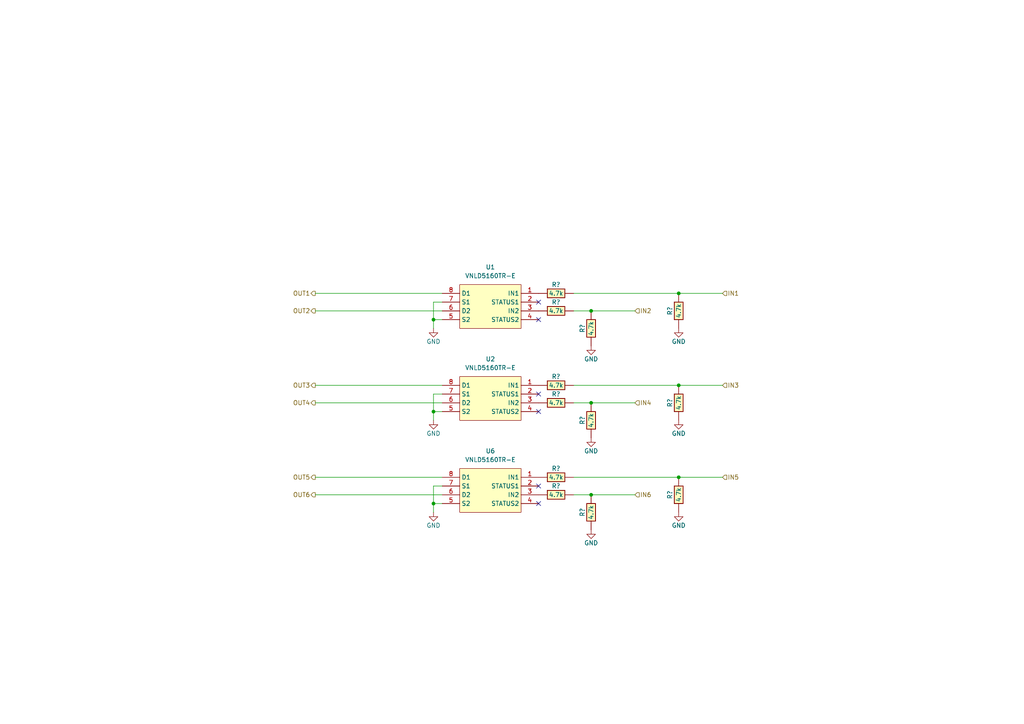
<source format=kicad_sch>
(kicad_sch (version 20230121) (generator eeschema)
  (paper "A4")
  (title_block (date "2024-03-15") (company "rusefi.com"))
  (lib_symbols
    (symbol "chips:VNLD5160"
      (property "Reference" "U" (at 6.35 3.81 0))
      (property "Value" "VNLD5160TR-E" (at 12.7 -11.43 0))
      (symbol "VNLD5160_1_1"
        (rectangle (start 5.08 2.54) (end 22.86 -10.16) (fill (type background)))
        (pin input line (at 0 0 0) (length 5.08) (name "IN1") (number "1"))
        (pin open_collector line (at 0 -2.54 0) (length 5.08) (name "STATUS1") (number "2"))
        (pin input line (at 0 -5.08 0) (length 5.08) (name "IN2") (number "3"))
        (pin open_collector line (at 0 -7.62 0) (length 5.08) (name "STATUS2") (number "4"))
        (pin power_in line (at 27.94 -7.62 180) (length 5.08) (name "S2") (number "5"))
        (pin power_out line (at 27.94 -5.08 180) (length 5.08) (name "D2") (number "6"))
        (pin power_in line (at 27.94 -2.54 180) (length 5.08) (name "S1") (number "7"))
        (pin power_out line (at 27.94 0 180) (length 5.08) (name "D1") (number "8"))
      )
    )
    (symbol "hellen-one-common:Res" (pin_numbers hide)
      (property "Reference" "R" (at 3.81 2.54 0))
      (property "Value" "Res" (at 5.08 -2.54 0))
      (symbol "Res_1_0"
        (rectangle (start 2.54 -1.27) (end 7.62 1.27) (stroke (width 0.254)) (fill (type background)))
        (pin passive line (at 0 0 0) (length 2.54) (name "") (number "1"))
        (pin passive line (at 10.16 0 180) (length 2.54) (name "") (number "2"))
      )
    )
    (symbol "power:GND" (power) (pin_names (offset 0))
      (property "Value" "GND" (at 0 -3.81 0))
      (symbol "GND_0_1"
        (polyline (pts (xy 0 0) (xy 0 -1.27) (xy 1.27 -1.27) (xy 0 -2.54) (xy -1.27 -1.27) (xy 0 -1.27)))
      )
      (symbol "GND_1_1"
        (pin power_in line (at 0 0 270) (length 0) hide (name "GND") (number "1"))
      )
    )
  )
  (junction (at 196.85 138.43))
  (junction (at 171.45 90.17))
  (junction (at 171.45 116.84))
  (junction (at 125.73 119.38))
  (junction (at 171.45 143.51))
  (junction (at 125.73 92.71))
  (junction (at 125.73 146.05))
  (junction (at 196.85 85.09))
  (junction (at 196.85 111.76))
  (no_connect (at 156.21 140.97))
  (no_connect (at 156.21 92.71))
  (no_connect (at 156.21 119.38))
  (no_connect (at 156.21 114.3))
  (no_connect (at 156.21 87.63))
  (no_connect (at 156.21 146.05))
  (wire (pts (xy 91.44 85.09) (xy 128.27 85.09)))
  (wire (pts (xy 125.73 146.05) (xy 128.27 146.05)))
  (wire (pts (xy 166.37 85.09) (xy 196.85 85.09)))
  (wire (pts (xy 125.73 146.05) (xy 125.73 140.97)))
  (wire (pts (xy 91.44 143.51) (xy 128.27 143.51)))
  (wire (pts (xy 125.73 114.3) (xy 128.27 114.3)))
  (wire (pts (xy 125.73 119.38) (xy 125.73 114.3)))
  (wire (pts (xy 196.85 85.09) (xy 209.55 85.09)))
  (wire (pts (xy 196.85 111.76) (xy 209.55 111.76)))
  (wire (pts (xy 125.73 87.63) (xy 128.27 87.63)))
  (wire (pts (xy 125.73 121.92) (xy 125.73 119.38)))
  (wire (pts (xy 125.73 140.97) (xy 128.27 140.97)))
  (wire (pts (xy 166.37 143.51) (xy 171.45 143.51)))
  (wire (pts (xy 91.44 90.17) (xy 128.27 90.17)))
  (wire (pts (xy 125.73 119.38) (xy 128.27 119.38)))
  (wire (pts (xy 125.73 92.71) (xy 125.73 87.63)))
  (wire (pts (xy 91.44 138.43) (xy 128.27 138.43)))
  (wire (pts (xy 171.45 90.17) (xy 184.15 90.17)))
  (wire (pts (xy 166.37 90.17) (xy 171.45 90.17)))
  (wire (pts (xy 91.44 116.84) (xy 128.27 116.84)))
  (wire (pts (xy 171.45 116.84) (xy 184.15 116.84)))
  (wire (pts (xy 196.85 138.43) (xy 209.55 138.43)))
  (wire (pts (xy 166.37 116.84) (xy 171.45 116.84)))
  (wire (pts (xy 166.37 111.76) (xy 196.85 111.76)))
  (wire (pts (xy 91.44 111.76) (xy 128.27 111.76)))
  (wire (pts (xy 125.73 92.71) (xy 128.27 92.71)))
  (wire (pts (xy 125.73 148.59) (xy 125.73 146.05)))
  (wire (pts (xy 171.45 143.51) (xy 184.15 143.51)))
  (wire (pts (xy 125.73 95.25) (xy 125.73 92.71)))
  (wire (pts (xy 166.37 138.43) (xy 196.85 138.43)))
  (hierarchical_label "IN6" (shape input) (at 184.15 143.51 0))
  (hierarchical_label "IN4" (shape input) (at 184.15 116.84 0))
  (hierarchical_label "IN2" (shape input) (at 184.15 90.17 0))
  (hierarchical_label "OUT4" (shape output) (at 91.44 116.84 180))
  (hierarchical_label "OUT2" (shape output) (at 91.44 90.17 180))
  (hierarchical_label "IN3" (shape input) (at 209.55 111.76 0))
  (hierarchical_label "OUT1" (shape output) (at 91.44 85.09 180))
  (hierarchical_label "OUT3" (shape output) (at 91.44 111.76 180))
  (hierarchical_label "OUT5" (shape output) (at 91.44 138.43 180))
  (hierarchical_label "IN5" (shape input) (at 209.55 138.43 0))
  (hierarchical_label "OUT6" (shape output) (at 91.44 143.51 180))
  (hierarchical_label "IN1" (shape input) (at 209.55 85.09 0))
  (symbol (lib_id "power:GND") (at 171.45 153.67 0) (mirror y) (unit 1)
    (property "Reference" "#PWR097" (effects hide))
    (property "Value" "GND" (at 171.45 157.48 0))
    (instances (project "hellen154hyundai" (path "" (reference "#PWR097") (unit 1))) (project "uaefi" (path "" (reference "#PWR0142") (unit 1))))
  )
  (symbol (lib_id "power:GND") (at 125.73 95.25 0) (mirror y) (unit 1)
    (property "Reference" "#PWR072" (effects hide))
    (property "Value" "GND" (at 125.73 99.06 0))
    (instances (project "hellen154hyundai" (path "" (reference "#PWR072") (unit 1))) (project "uaefi" (path "" (reference "#PWR090") (unit 1))))
  )
  (symbol (lib_id "hellen-one-common:Res") (at 171.45 100.33 90) (unit 1)
    (property "Reference" "R?" (at 168.91 95.25 0))
    (property "Value" "4.7k" (at 171.45 95.25 0))
    (property "Footprint" "hellen-one-common:R0603" (effects hide))
    (property "LCSC" "C23162" (effects hide))
    (instances (project "hellen154hyundai" (path "" (reference "R?") (unit 1)) (path "" (reference "R69") (unit 1))) (project "uaefi" (path "" (reference "R11") (unit 1))))
  )
  (symbol (lib_id "hellen-one-common:Res") (at 196.85 95.25 90) (unit 1)
    (property "Reference" "R?" (at 194.31 90.17 0))
    (property "Value" "4.7k" (at 196.85 90.17 0))
    (property "Footprint" "hellen-one-common:R0603" (effects hide))
    (property "LCSC" "C23162" (effects hide))
    (instances (project "hellen154hyundai" (path "" (reference "R?") (unit 1)) (path "" (reference "R71") (unit 1))) (project "uaefi" (path "" (reference "R10") (unit 1))))
  )
  (symbol (lib_id "chips:VNLD5160") (at 156.21 85.09 0) (mirror y) (unit 1)
    (property "Reference" "U1" (at 142.24 77.47 0))
    (property "Value" "VNLD5160TR-E" (at 142.24 80.01 0))
    (property "Footprint" "Package_SO:SOIC-8_3.9x4.9mm_P1.27mm" (effects hide))
    (property "LCSC" "C377942" (effects hide))
    (instances (project "hellen154hyundai" (path "" (reference "U1") (unit 1))) (project "uaefi" (path "" (reference "U7") (unit 1))))
  )
  (symbol (lib_id "hellen-one-common:Res") (at 156.21 85.09 0) (unit 1)
    (property "Reference" "R?" (at 161.29 82.55 0))
    (property "Value" "4.7k" (at 161.29 85.09 0))
    (property "Footprint" "hellen-one-common:R0603" (effects hide))
    (property "LCSC" "C23162" (effects hide))
    (instances (project "hellen154hyundai" (path "" (reference "R?") (unit 1)) (path "" (reference "R26") (unit 1))) (project "uaefi" (path "" (reference "R10") (unit 1))))
  )
  (symbol (lib_id "hellen-one-common:Res") (at 196.85 121.92 90) (unit 1)
    (property "Reference" "R?" (at 194.31 116.84 0))
    (property "Value" "4.7k" (at 196.85 116.84 0))
    (property "Footprint" "hellen-one-common:R0603" (effects hide))
    (property "LCSC" "C23162" (effects hide))
    (instances (project "hellen154hyundai" (path "" (reference "R?") (unit 1)) (path "" (reference "R72") (unit 1))) (project "uaefi" (path "" (reference "R12") (unit 1))))
  )
  (symbol (lib_id "power:GND") (at 196.85 121.92 0) (mirror y) (unit 1)
    (property "Reference" "#PWR084" (effects hide))
    (property "Value" "GND" (at 196.85 125.73 0))
    (instances (project "hellen154hyundai" (path "" (reference "#PWR084") (unit 1))) (project "uaefi" (path "" (reference "#PWR0141") (unit 1))))
  )
  (symbol (lib_id "power:GND") (at 196.85 95.25 0) (mirror y) (unit 1)
    (property "Reference" "#PWR078" (effects hide))
    (property "Value" "GND" (at 196.85 99.06 0))
    (instances (project "hellen154hyundai" (path "" (reference "#PWR078") (unit 1))) (project "uaefi" (path "" (reference "#PWR093") (unit 1))))
  )
  (symbol (lib_id "power:GND") (at 125.73 121.92 0) (mirror y) (unit 1)
    (property "Reference" "#PWR073" (effects hide))
    (property "Value" "GND" (at 125.73 125.73 0))
    (instances (project "hellen154hyundai" (path "" (reference "#PWR073") (unit 1))) (project "uaefi" (path "" (reference "#PWR091") (unit 1))))
  )
  (symbol (lib_id "power:GND") (at 171.45 127 0) (mirror y) (unit 1)
    (property "Reference" "#PWR077" (effects hide))
    (property "Value" "GND" (at 171.45 130.81 0))
    (instances (project "hellen154hyundai" (path "" (reference "#PWR077") (unit 1))) (project "uaefi" (path "" (reference "#PWR0142") (unit 1))))
  )
  (symbol (lib_id "power:GND") (at 171.45 100.33 0) (mirror y) (unit 1)
    (property "Reference" "#PWR074" (effects hide))
    (property "Value" "GND" (at 171.45 104.14 0))
    (instances (project "hellen154hyundai" (path "" (reference "#PWR074") (unit 1))) (project "uaefi" (path "" (reference "#PWR092") (unit 1))))
  )
  (symbol (lib_id "chips:VNLD5160") (at 156.21 111.76 0) (mirror y) (unit 1)
    (property "Reference" "U2" (at 142.24 104.14 0))
    (property "Value" "VNLD5160TR-E" (at 142.24 106.68 0))
    (property "Footprint" "Package_SO:SOIC-8_3.9x4.9mm_P1.27mm" (effects hide))
    (property "LCSC" "C377942" (effects hide))
    (instances (project "hellen154hyundai" (path "" (reference "U2") (unit 1))) (project "uaefi" (path "" (reference "U8") (unit 1))))
  )
  (symbol (lib_id "hellen-one-common:Res") (at 171.45 153.67 90) (unit 1)
    (property "Reference" "R?" (at 168.91 148.59 0))
    (property "Value" "4.7k" (at 171.45 148.59 0))
    (property "Footprint" "hellen-one-common:R0603" (effects hide))
    (property "LCSC" "C23162" (effects hide))
    (instances (project "hellen154hyundai" (path "" (reference "R?") (unit 1)) (path "" (reference "R80") (unit 1))) (project "uaefi" (path "" (reference "R13") (unit 1))))
  )
  (symbol (lib_id "hellen-one-common:Res") (at 156.21 116.84 0) (unit 1)
    (property "Reference" "R?" (at 161.29 114.3 0))
    (property "Value" "4.7k" (at 161.29 116.84 0))
    (property "Footprint" "hellen-one-common:R0603" (effects hide))
    (property "LCSC" "C23162" (effects hide))
    (instances (project "hellen154hyundai" (path "" (reference "R?") (unit 1)) (path "" (reference "R37") (unit 1))) (project "uaefi" (path "" (reference "R10") (unit 1))))
  )
  (symbol (lib_id "power:GND") (at 196.85 148.59 0) (mirror y) (unit 1)
    (property "Reference" "#PWR098" (effects hide))
    (property "Value" "GND" (at 196.85 152.4 0))
    (instances (project "hellen154hyundai" (path "" (reference "#PWR098") (unit 1))) (project "uaefi" (path "" (reference "#PWR0141") (unit 1))))
  )
  (symbol (lib_id "hellen-one-common:Res") (at 156.21 143.51 0) (unit 1)
    (property "Reference" "R?" (at 161.29 140.97 0))
    (property "Value" "4.7k" (at 161.29 143.51 0))
    (property "Footprint" "hellen-one-common:R0603" (effects hide))
    (property "LCSC" "C23162" (effects hide))
    (instances (project "hellen154hyundai" (path "" (reference "R?") (unit 1)) (path "" (reference "R79") (unit 1))) (project "uaefi" (path "" (reference "R10") (unit 1))))
  )
  (symbol (lib_id "hellen-one-common:Res") (at 156.21 90.17 0) (unit 1)
    (property "Reference" "R?" (at 161.29 87.63 0))
    (property "Value" "4.7k" (at 161.29 90.17 0))
    (property "Footprint" "hellen-one-common:R0603" (effects hide))
    (property "LCSC" "C23162" (effects hide))
    (instances (project "hellen154hyundai" (path "" (reference "R?") (unit 1)) (path "" (reference "R31") (unit 1))) (project "uaefi" (path "" (reference "R10") (unit 1))))
  )
  (symbol (lib_id "chips:VNLD5160") (at 156.21 138.43 0) (mirror y) (unit 1)
    (property "Reference" "U6" (at 142.24 130.81 0))
    (property "Value" "VNLD5160TR-E" (at 142.24 133.35 0))
    (property "Footprint" "Package_SO:SOIC-8_3.9x4.9mm_P1.27mm" (effects hide))
    (property "LCSC" "C377942" (effects hide))
    (instances (project "hellen154hyundai" (path "" (reference "U6") (unit 1))) (project "uaefi" (path "" (reference "U8") (unit 1))))
  )
  (symbol (lib_id "power:GND") (at 125.73 148.59 0) (mirror y) (unit 1)
    (property "Reference" "#PWR096" (effects hide))
    (property "Value" "GND" (at 125.73 152.4 0))
    (instances (project "hellen154hyundai" (path "" (reference "#PWR096") (unit 1))) (project "uaefi" (path "" (reference "#PWR091") (unit 1))))
  )
  (symbol (lib_id "hellen-one-common:Res") (at 196.85 148.59 90) (unit 1)
    (property "Reference" "R?" (at 194.31 143.51 0))
    (property "Value" "4.7k" (at 196.85 143.51 0))
    (property "Footprint" "hellen-one-common:R0603" (effects hide))
    (property "LCSC" "C23162" (effects hide))
    (instances (project "hellen154hyundai" (path "" (reference "R?") (unit 1)) (path "" (reference "R81") (unit 1))) (project "uaefi" (path "" (reference "R12") (unit 1))))
  )
  (symbol (lib_id "hellen-one-common:Res") (at 171.45 127 90) (unit 1)
    (property "Reference" "R?" (at 168.91 121.92 0))
    (property "Value" "4.7k" (at 171.45 121.92 0))
    (property "Footprint" "hellen-one-common:R0603" (effects hide))
    (property "LCSC" "C23162" (effects hide))
    (instances (project "hellen154hyundai" (path "" (reference "R?") (unit 1)) (path "" (reference "R70") (unit 1))) (project "uaefi" (path "" (reference "R13") (unit 1))))
  )
  (symbol (lib_id "hellen-one-common:Res") (at 156.21 111.76 0) (unit 1)
    (property "Reference" "R?" (at 161.29 109.22 0))
    (property "Value" "4.7k" (at 161.29 111.76 0))
    (property "Footprint" "hellen-one-common:R0603" (effects hide))
    (property "LCSC" "C23162" (effects hide))
    (instances (project "hellen154hyundai" (path "" (reference "R?") (unit 1)) (path "" (reference "R33") (unit 1))) (project "uaefi" (path "" (reference "R10") (unit 1))))
  )
  (symbol (lib_id "hellen-one-common:Res") (at 156.21 138.43 0) (unit 1)
    (property "Reference" "R?" (at 161.29 135.89 0))
    (property "Value" "4.7k" (at 161.29 138.43 0))
    (property "Footprint" "hellen-one-common:R0603" (effects hide))
    (property "LCSC" "C23162" (effects hide))
    (instances (project "hellen154hyundai" (path "" (reference "R?") (unit 1)) (path "" (reference "R78") (unit 1))) (project "uaefi" (path "" (reference "R10") (unit 1))))
  )
)
</source>
